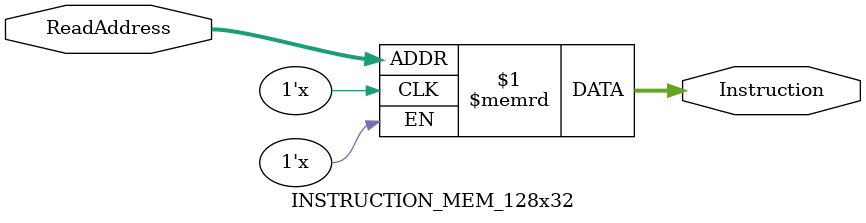
<source format=v>
`timescale 1ns / 1ps
/**********************************************************
16 bit instrucions. 
PUSH = 32'h0000_0001
POP  = 32'h0000_0002
ADD  = 32'h0000_0003
OR   = 32'h0000_0004
ADD  = 32'h0000_0005
SUB  = 32'h0000_0006
SLT  = 32'h0000_0007
NOR  = 32'h0000_0008
IMM  = 32'hxxxx_xxxx
**********************************************************/
module INSTRUCTION_MEM_128x32(
   input  [7:0 ] ReadAddress, 
   output [31:0] Instruction
   );
     
   reg [31:0] IM [127:0];
     
   assign Instruction = IM[ ReadAddress ];

endmodule

</source>
